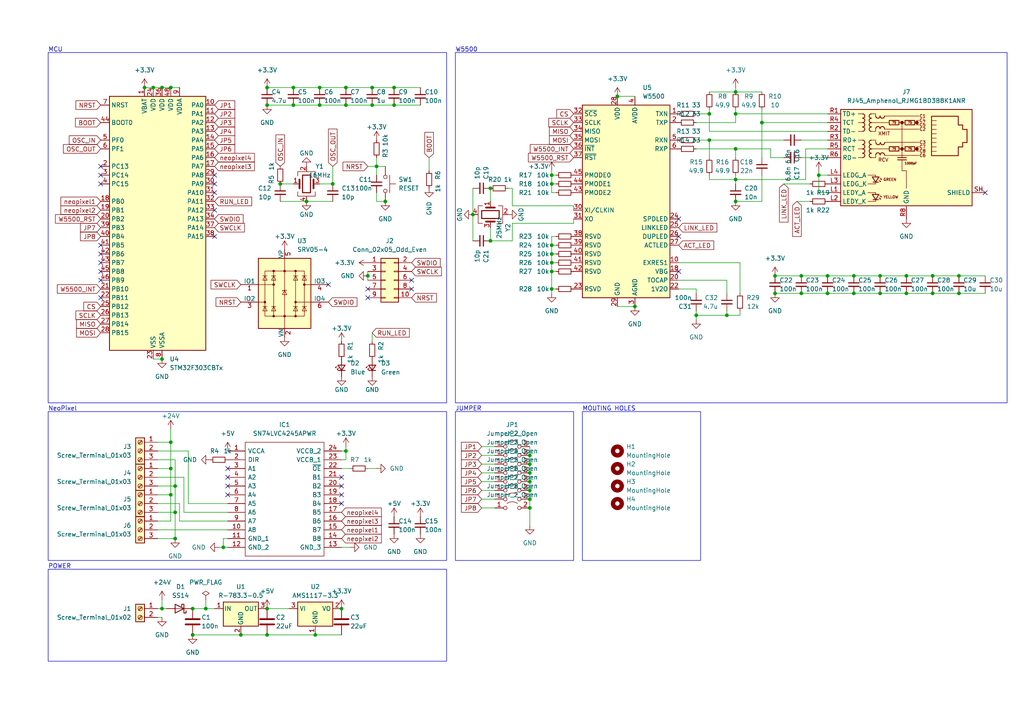
<source format=kicad_sch>
(kicad_sch (version 20230121) (generator eeschema)
  (paper "A4")
  (junction (at 153.67 137.16))
  (junction (at 100.33 130.81))
  (junction (at 210.82 91.44))
  (junction (at 44.45 25.4))
  (junction (at 92.71 30.48))
  (junction (at 50.8 148.59))
  (junction (at 213.36 52.07))
  (junction (at 46.99 104.14))
  (junction (at 107.95 30.48))
  (junction (at 237.49 50.8))
  (junction (at 153.67 139.7))
  (junction (at 213.36 58.42))
  (junction (at 255.27 80.01))
  (junction (at 50.8 156.21))
  (junction (at 153.67 144.78))
  (junction (at 55.88 184.15))
  (junction (at 205.74 40.64))
  (junction (at 153.67 142.24))
  (junction (at 270.51 85.09))
  (junction (at 262.89 85.09))
  (junction (at 100.33 25.4))
  (junction (at 77.47 184.15))
  (junction (at 160.02 78.74))
  (junction (at 46.99 25.4))
  (junction (at 201.93 91.44))
  (junction (at 111.76 58.42))
  (junction (at 137.16 62.23))
  (junction (at 247.65 80.01))
  (junction (at 220.98 35.56))
  (junction (at 49.53 128.27))
  (junction (at 59.69 176.53))
  (junction (at 153.67 132.08))
  (junction (at 240.03 80.01))
  (junction (at 114.3 30.48))
  (junction (at 85.09 30.48))
  (junction (at 278.13 80.01))
  (junction (at 160.02 53.34))
  (junction (at 49.53 135.89))
  (junction (at 224.79 85.09))
  (junction (at 184.15 88.9))
  (junction (at 49.53 25.4))
  (junction (at 109.22 48.26))
  (junction (at 153.67 134.62))
  (junction (at 77.47 30.48))
  (junction (at 255.27 85.09))
  (junction (at 160.02 71.12))
  (junction (at 88.9 58.42))
  (junction (at 160.02 83.82))
  (junction (at 96.52 53.34))
  (junction (at 262.89 80.01))
  (junction (at 247.65 85.09))
  (junction (at 107.95 25.4))
  (junction (at 41.91 25.4))
  (junction (at 55.88 176.53))
  (junction (at 92.71 25.4))
  (junction (at 224.79 80.01))
  (junction (at 69.85 184.15))
  (junction (at 77.47 176.53))
  (junction (at 160.02 73.66))
  (junction (at 270.51 80.01))
  (junction (at 213.36 33.02))
  (junction (at 179.07 27.94))
  (junction (at 160.02 50.8))
  (junction (at 100.33 30.48))
  (junction (at 50.8 140.97))
  (junction (at 153.67 147.32))
  (junction (at 106.68 80.01))
  (junction (at 232.41 80.01))
  (junction (at 205.74 33.02))
  (junction (at 99.06 176.53))
  (junction (at 85.09 25.4))
  (junction (at 64.77 158.75))
  (junction (at 232.41 85.09))
  (junction (at 213.36 26.67))
  (junction (at 81.28 53.34))
  (junction (at 114.3 25.4))
  (junction (at 46.99 176.53))
  (junction (at 278.13 85.09))
  (junction (at 142.24 54.61))
  (junction (at 91.44 184.15))
  (junction (at 240.03 85.09))
  (junction (at 77.47 25.4))
  (junction (at 49.53 143.51))
  (junction (at 213.36 43.18))
  (junction (at 160.02 76.2))
  (junction (at 142.24 69.85))
  (no_connect (at 196.85 68.58))
  (no_connect (at 62.23 53.34))
  (no_connect (at 29.21 81.28))
  (no_connect (at 29.21 53.34))
  (no_connect (at 29.21 76.2))
  (no_connect (at 99.06 143.51))
  (no_connect (at 119.38 83.82))
  (no_connect (at 62.23 60.96))
  (no_connect (at 99.06 146.05))
  (no_connect (at 29.21 71.12))
  (no_connect (at 62.23 50.8))
  (no_connect (at 29.21 48.26))
  (no_connect (at 196.85 63.5))
  (no_connect (at 66.04 138.43))
  (no_connect (at 29.21 78.74))
  (no_connect (at 66.04 140.97))
  (no_connect (at 66.04 143.51))
  (no_connect (at 29.21 73.66))
  (no_connect (at 285.75 55.88))
  (no_connect (at 99.06 138.43))
  (no_connect (at 106.68 86.36))
  (no_connect (at 62.23 68.58))
  (no_connect (at 95.25 82.55))
  (no_connect (at 29.21 86.36))
  (no_connect (at 106.68 83.82))
  (no_connect (at 119.38 81.28))
  (no_connect (at 99.06 140.97))
  (no_connect (at 62.23 55.88))
  (no_connect (at 29.21 50.8))
  (no_connect (at 66.04 135.89))
  (no_connect (at 196.85 78.74))
  (wire (pts (xy 148.59 59.69) (xy 148.59 54.61)))
  (wire (pts (xy 139.7 147.32) (xy 143.51 147.32)))
  (wire (pts (xy 49.53 124.46) (xy 49.53 128.27)))
  (wire (pts (xy 160.02 55.88) (xy 161.29 55.88)))
  (wire (pts (xy 237.49 50.8) (xy 240.03 50.8)))
  (wire (pts (xy 201.93 83.82) (xy 201.93 85.09)))
  (wire (pts (xy 240.03 80.01) (xy 247.65 80.01)))
  (wire (pts (xy 92.71 25.4) (xy 100.33 25.4)))
  (wire (pts (xy 213.36 50.8) (xy 213.36 52.07)))
  (wire (pts (xy 96.52 53.34) (xy 96.52 48.26)))
  (wire (pts (xy 109.22 50.8) (xy 109.22 48.26)))
  (wire (pts (xy 100.33 129.54) (xy 100.33 130.81)))
  (wire (pts (xy 139.7 137.16) (xy 143.51 137.16)))
  (wire (pts (xy 85.09 30.48) (xy 92.71 30.48)))
  (wire (pts (xy 223.52 43.18) (xy 213.36 43.18)))
  (wire (pts (xy 45.72 135.89) (xy 49.53 135.89)))
  (wire (pts (xy 270.51 80.01) (xy 278.13 80.01)))
  (wire (pts (xy 210.82 81.28) (xy 196.85 81.28)))
  (wire (pts (xy 109.22 48.26) (xy 111.76 48.26)))
  (wire (pts (xy 85.09 25.4) (xy 92.71 25.4)))
  (wire (pts (xy 247.65 85.09) (xy 255.27 85.09)))
  (wire (pts (xy 153.67 129.54) (xy 153.67 132.08)))
  (wire (pts (xy 77.47 176.53) (xy 83.82 176.53)))
  (wire (pts (xy 92.71 53.34) (xy 96.52 53.34)))
  (wire (pts (xy 166.37 59.69) (xy 148.59 59.69)))
  (wire (pts (xy 205.74 31.75) (xy 205.74 33.02)))
  (wire (pts (xy 255.27 80.01) (xy 262.89 80.01)))
  (wire (pts (xy 160.02 76.2) (xy 160.02 78.74)))
  (wire (pts (xy 44.45 25.4) (xy 46.99 25.4)))
  (wire (pts (xy 179.07 27.94) (xy 184.15 27.94)))
  (wire (pts (xy 54.61 146.05) (xy 66.04 146.05)))
  (wire (pts (xy 137.16 54.61) (xy 137.16 62.23)))
  (wire (pts (xy 220.98 58.42) (xy 213.36 58.42)))
  (wire (pts (xy 50.8 148.59) (xy 50.8 140.97)))
  (wire (pts (xy 224.79 80.01) (xy 232.41 80.01)))
  (wire (pts (xy 50.8 156.21) (xy 50.8 148.59)))
  (wire (pts (xy 109.22 45.72) (xy 109.22 48.26)))
  (wire (pts (xy 160.02 73.66) (xy 160.02 76.2)))
  (wire (pts (xy 223.52 45.72) (xy 227.33 45.72)))
  (wire (pts (xy 106.68 135.89) (xy 109.22 135.89)))
  (wire (pts (xy 139.7 132.08) (xy 143.51 132.08)))
  (wire (pts (xy 45.72 146.05) (xy 52.07 146.05)))
  (wire (pts (xy 166.37 60.96) (xy 166.37 59.69)))
  (wire (pts (xy 213.36 26.67) (xy 220.98 26.67)))
  (wire (pts (xy 201.93 92.71) (xy 201.93 91.44)))
  (wire (pts (xy 54.61 130.81) (xy 45.72 130.81)))
  (wire (pts (xy 160.02 71.12) (xy 160.02 73.66)))
  (wire (pts (xy 220.98 50.8) (xy 220.98 58.42)))
  (wire (pts (xy 49.53 128.27) (xy 49.53 135.89)))
  (wire (pts (xy 50.8 133.35) (xy 45.72 133.35)))
  (wire (pts (xy 160.02 50.8) (xy 160.02 53.34)))
  (wire (pts (xy 148.59 69.85) (xy 142.24 69.85)))
  (wire (pts (xy 49.53 143.51) (xy 49.53 151.13)))
  (wire (pts (xy 278.13 85.09) (xy 285.75 85.09)))
  (wire (pts (xy 50.8 140.97) (xy 50.8 133.35)))
  (wire (pts (xy 240.03 55.88) (xy 237.49 55.88)))
  (wire (pts (xy 54.61 130.81) (xy 54.61 146.05)))
  (wire (pts (xy 53.34 148.59) (xy 66.04 148.59)))
  (wire (pts (xy 91.44 184.15) (xy 99.06 184.15)))
  (wire (pts (xy 148.59 64.77) (xy 148.59 69.85)))
  (wire (pts (xy 220.98 35.56) (xy 240.03 35.56)))
  (wire (pts (xy 66.04 153.67) (xy 45.72 153.67)))
  (wire (pts (xy 109.22 55.88) (xy 109.22 58.42)))
  (wire (pts (xy 153.67 137.16) (xy 153.67 139.7)))
  (wire (pts (xy 55.88 176.53) (xy 59.69 176.53)))
  (wire (pts (xy 237.49 49.53) (xy 237.49 50.8)))
  (wire (pts (xy 160.02 49.53) (xy 160.02 50.8)))
  (wire (pts (xy 160.02 71.12) (xy 161.29 71.12)))
  (wire (pts (xy 100.33 133.35) (xy 99.06 133.35)))
  (wire (pts (xy 210.82 85.09) (xy 210.82 81.28)))
  (wire (pts (xy 59.69 173.99) (xy 59.69 176.53)))
  (wire (pts (xy 49.53 25.4) (xy 52.07 25.4)))
  (wire (pts (xy 53.34 138.43) (xy 45.72 138.43)))
  (wire (pts (xy 224.79 85.09) (xy 232.41 85.09)))
  (wire (pts (xy 46.99 25.4) (xy 49.53 25.4)))
  (wire (pts (xy 100.33 25.4) (xy 107.95 25.4)))
  (wire (pts (xy 231.14 58.42) (xy 234.95 58.42)))
  (wire (pts (xy 107.95 25.4) (xy 114.3 25.4)))
  (wire (pts (xy 45.72 143.51) (xy 49.53 143.51)))
  (wire (pts (xy 45.72 156.21) (xy 50.8 156.21)))
  (wire (pts (xy 213.36 33.02) (xy 240.03 33.02)))
  (wire (pts (xy 210.82 91.44) (xy 210.82 90.17)))
  (wire (pts (xy 45.72 140.97) (xy 50.8 140.97)))
  (wire (pts (xy 262.89 85.09) (xy 270.51 85.09)))
  (wire (pts (xy 213.36 45.72) (xy 213.36 43.18)))
  (wire (pts (xy 160.02 78.74) (xy 161.29 78.74)))
  (wire (pts (xy 205.74 38.1) (xy 240.03 38.1)))
  (wire (pts (xy 106.68 48.26) (xy 109.22 48.26)))
  (wire (pts (xy 55.88 184.15) (xy 69.85 184.15)))
  (wire (pts (xy 114.3 25.4) (xy 121.92 25.4)))
  (wire (pts (xy 205.74 26.67) (xy 213.36 26.67)))
  (wire (pts (xy 233.68 52.07) (xy 213.36 52.07)))
  (wire (pts (xy 99.06 130.81) (xy 100.33 130.81)))
  (wire (pts (xy 64.77 158.75) (xy 66.04 158.75)))
  (wire (pts (xy 114.3 30.48) (xy 121.92 30.48)))
  (wire (pts (xy 59.69 176.53) (xy 62.23 176.53)))
  (wire (pts (xy 106.68 80.01) (xy 106.68 78.74)))
  (wire (pts (xy 107.95 30.48) (xy 114.3 30.48)))
  (wire (pts (xy 52.07 151.13) (xy 66.04 151.13)))
  (wire (pts (xy 262.89 80.01) (xy 270.51 80.01)))
  (wire (pts (xy 142.24 66.04) (xy 142.24 69.85)))
  (wire (pts (xy 137.16 62.23) (xy 137.16 69.85)))
  (wire (pts (xy 240.03 43.18) (xy 233.68 43.18)))
  (wire (pts (xy 201.93 33.02) (xy 205.74 33.02)))
  (wire (pts (xy 81.28 58.42) (xy 88.9 58.42)))
  (wire (pts (xy 160.02 53.34) (xy 161.29 53.34)))
  (wire (pts (xy 153.67 139.7) (xy 153.67 142.24)))
  (wire (pts (xy 45.72 128.27) (xy 49.53 128.27)))
  (wire (pts (xy 81.28 53.34) (xy 85.09 53.34)))
  (wire (pts (xy 201.93 91.44) (xy 210.82 91.44)))
  (wire (pts (xy 205.74 45.72) (xy 205.74 40.64)))
  (wire (pts (xy 161.29 68.58) (xy 160.02 68.58)))
  (wire (pts (xy 139.7 134.62) (xy 143.51 134.62)))
  (wire (pts (xy 160.02 53.34) (xy 160.02 55.88)))
  (wire (pts (xy 153.67 134.62) (xy 153.67 137.16)))
  (wire (pts (xy 160.02 76.2) (xy 161.29 76.2)))
  (wire (pts (xy 205.74 50.8) (xy 205.74 52.07)))
  (wire (pts (xy 139.7 144.78) (xy 143.51 144.78)))
  (wire (pts (xy 213.36 52.07) (xy 213.36 53.34)))
  (wire (pts (xy 99.06 135.89) (xy 101.6 135.89)))
  (wire (pts (xy 77.47 25.4) (xy 85.09 25.4)))
  (wire (pts (xy 46.99 176.53) (xy 48.26 176.53)))
  (wire (pts (xy 46.99 179.07) (xy 45.72 179.07)))
  (wire (pts (xy 205.74 40.64) (xy 201.93 40.64)))
  (wire (pts (xy 196.85 83.82) (xy 201.93 83.82)))
  (wire (pts (xy 139.7 129.54) (xy 143.51 129.54)))
  (wire (pts (xy 213.36 25.4) (xy 213.36 26.67)))
  (wire (pts (xy 214.63 91.44) (xy 210.82 91.44)))
  (wire (pts (xy 255.27 85.09) (xy 262.89 85.09)))
  (wire (pts (xy 49.53 135.89) (xy 49.53 143.51)))
  (wire (pts (xy 41.91 25.4) (xy 44.45 25.4)))
  (wire (pts (xy 179.07 88.9) (xy 184.15 88.9)))
  (wire (pts (xy 107.95 96.52) (xy 107.95 99.06)))
  (wire (pts (xy 214.63 76.2) (xy 196.85 76.2)))
  (wire (pts (xy 160.02 73.66) (xy 161.29 73.66)))
  (wire (pts (xy 153.67 147.32) (xy 153.67 144.78)))
  (wire (pts (xy 232.41 40.64) (xy 240.03 40.64)))
  (wire (pts (xy 237.49 55.88) (xy 237.49 50.8)))
  (wire (pts (xy 232.41 45.72) (xy 240.03 45.72)))
  (wire (pts (xy 92.71 30.48) (xy 100.33 30.48)))
  (wire (pts (xy 247.65 80.01) (xy 255.27 80.01)))
  (wire (pts (xy 166.37 64.77) (xy 148.59 64.77)))
  (wire (pts (xy 160.02 83.82) (xy 160.02 85.09)))
  (wire (pts (xy 160.02 50.8) (xy 161.29 50.8)))
  (wire (pts (xy 109.22 58.42) (xy 111.76 58.42)))
  (wire (pts (xy 232.41 80.01) (xy 240.03 80.01)))
  (wire (pts (xy 101.6 158.75) (xy 99.06 158.75)))
  (wire (pts (xy 69.85 184.15) (xy 77.47 184.15)))
  (wire (pts (xy 46.99 173.99) (xy 46.99 176.53)))
  (wire (pts (xy 213.36 31.75) (xy 213.36 33.02)))
  (wire (pts (xy 52.07 146.05) (xy 52.07 151.13)))
  (wire (pts (xy 153.67 144.78) (xy 153.67 142.24)))
  (wire (pts (xy 160.02 68.58) (xy 160.02 71.12)))
  (wire (pts (xy 205.74 52.07) (xy 213.36 52.07)))
  (wire (pts (xy 232.41 85.09) (xy 240.03 85.09)))
  (wire (pts (xy 214.63 91.44) (xy 214.63 90.17)))
  (wire (pts (xy 213.36 33.02) (xy 213.36 35.56)))
  (wire (pts (xy 66.04 156.21) (xy 64.77 156.21)))
  (wire (pts (xy 233.68 43.18) (xy 233.68 52.07)))
  (wire (pts (xy 148.59 54.61) (xy 147.32 54.61)))
  (wire (pts (xy 160.02 78.74) (xy 160.02 83.82)))
  (wire (pts (xy 77.47 184.15) (xy 91.44 184.15)))
  (wire (pts (xy 45.72 148.59) (xy 50.8 148.59)))
  (wire (pts (xy 205.74 40.64) (xy 227.33 40.64)))
  (wire (pts (xy 100.33 130.81) (xy 100.33 133.35)))
  (wire (pts (xy 161.29 83.82) (xy 160.02 83.82)))
  (wire (pts (xy 201.93 91.44) (xy 201.93 90.17)))
  (wire (pts (xy 44.45 104.14) (xy 46.99 104.14)))
  (wire (pts (xy 45.72 176.53) (xy 46.99 176.53)))
  (wire (pts (xy 153.67 132.08) (xy 153.67 134.62)))
  (wire (pts (xy 153.67 152.4) (xy 153.67 147.32)))
  (wire (pts (xy 100.33 30.48) (xy 107.95 30.48)))
  (wire (pts (xy 220.98 31.75) (xy 220.98 35.56)))
  (wire (pts (xy 142.24 54.61) (xy 142.24 58.42)))
  (wire (pts (xy 240.03 85.09) (xy 247.65 85.09)))
  (wire (pts (xy 220.98 35.56) (xy 220.98 45.72)))
  (wire (pts (xy 205.74 33.02) (xy 205.74 38.1)))
  (wire (pts (xy 278.13 80.01) (xy 285.75 80.01)))
  (wire (pts (xy 214.63 85.09) (xy 214.63 76.2)))
  (wire (pts (xy 270.51 85.09) (xy 278.13 85.09)))
  (wire (pts (xy 45.72 151.13) (xy 49.53 151.13)))
  (wire (pts (xy 63.5 158.75) (xy 64.77 158.75)))
  (wire (pts (xy 64.77 156.21) (xy 64.77 158.75)))
  (wire (pts (xy 166.37 63.5) (xy 166.37 64.77)))
  (wire (pts (xy 124.46 45.72) (xy 124.46 49.53)))
  (wire (pts (xy 213.36 43.18) (xy 201.93 43.18)))
  (wire (pts (xy 213.36 35.56) (xy 201.93 35.56)))
  (wire (pts (xy 88.9 58.42) (xy 96.52 58.42)))
  (wire (pts (xy 139.7 139.7) (xy 143.51 139.7)))
  (wire (pts (xy 139.7 142.24) (xy 143.51 142.24)))
  (wire (pts (xy 106.68 80.01) (xy 106.68 81.28)))
  (wire (pts (xy 227.33 53.34) (xy 234.95 53.34)))
  (wire (pts (xy 223.52 43.18) (xy 223.52 45.72)))
  (wire (pts (xy 77.47 30.48) (xy 85.09 30.48)))
  (wire (pts (xy 53.34 138.43) (xy 53.34 148.59)))
  (rectangle (start 168.91 119.38) (end 203.2 162.56))
  (rectangle (start 132.08 15.24) (end 292.1 116.84))
  (rectangle (start 13.97 119.38) (end 129.54 162.56))
  (rectangle (start 13.97 15.24) (end 129.54 116.84))
  (rectangle (start 132.08 119.38) (end 166.37 162.56))
  (rectangle (start 13.97 165.1) (end 129.54 191.77))
  (text "POWER" (at 13.97 165.1 0) (effects (font (size 1.27 1.27)) (justify left bottom)))
  (text "MCU" (at 13.97 15.24 0) (effects (font (size 1.27 1.27)) (justify left bottom)))
  (text "W5500" (at 132.08 15.24 0) (effects (font (size 1.27 1.27)) (justify left bottom)))
  (text "JUMPER" (at 132.08 119.38 0) (effects (font (size 1.27 1.27)) (justify left bottom)))
  (text "MOUTING HOLES" (at 168.91 119.38 0) (effects (font (size 1.27 1.27)) (justify left bottom)))
  (text "NeoPixel" (at 13.97 119.38 0) (effects (font (size 1.27 1.27)) (justify left bottom)))
  (global_label "NRST" (shape input) (at 119.38 86.36 0) (property "Intersheetrefs" "${INTERSHEET_REFS}" (effects hide)))
  (global_label "BOOT" (shape input) (at 124.46 45.72 90) (property "Intersheetrefs" "${INTERSHEET_REFS}" (effects hide)))
  (global_label "JP7" (shape input) (at 139.7 144.78 180) (property "Intersheetrefs" "${INTERSHEET_REFS}" (effects hide)))
  (global_label "SWDIO" (shape input) (at 119.38 76.2 0) (property "Intersheetrefs" "${INTERSHEET_REFS}" (effects hide)))
  (global_label "neopixel1" (shape input) (at 29.21 58.42 180) (property "Intersheetrefs" "${INTERSHEET_REFS}" (effects hide)))
  (global_label "NRST" (shape input) (at 29.21 30.48 180) (property "Intersheetrefs" "${INTERSHEET_REFS}" (effects hide)))
  (global_label "neopixel4" (shape input) (at 62.23 45.72 0) (property "Intersheetrefs" "${INTERSHEET_REFS}" (effects hide)))
  (global_label "JP6" (shape input) (at 62.23 43.18 0) (property "Intersheetrefs" "${INTERSHEET_REFS}" (effects hide)))
  (global_label "ACT_LED" (shape input) (at 231.14 58.42 270) (property "Intersheetrefs" "${INTERSHEET_REFS}" (effects hide)))
  (global_label "MISO" (shape input) (at 29.21 93.98 180) (property "Intersheetrefs" "${INTERSHEET_REFS}" (effects hide)))
  (global_label "CS" (shape input) (at 166.37 33.02 180) (property "Intersheetrefs" "${INTERSHEET_REFS}" (effects hide)))
  (global_label "SWCLK" (shape input) (at 62.23 66.04 0) (property "Intersheetrefs" "${INTERSHEET_REFS}" (effects hide)))
  (global_label "JP2" (shape input) (at 62.23 33.02 0) (property "Intersheetrefs" "${INTERSHEET_REFS}" (effects hide)))
  (global_label "OSC_OUT" (shape input) (at 96.52 48.26 90) (property "Intersheetrefs" "${INTERSHEET_REFS}" (effects hide)))
  (global_label "JP4" (shape input) (at 139.7 137.16 180) (property "Intersheetrefs" "${INTERSHEET_REFS}" (effects hide)))
  (global_label "MOSI" (shape input) (at 166.37 40.64 180) (property "Intersheetrefs" "${INTERSHEET_REFS}" (effects hide)))
  (global_label "neopixel2" (shape input) (at 29.21 60.96 180) (property "Intersheetrefs" "${INTERSHEET_REFS}" (effects hide)))
  (global_label "LINK_LED" (shape input) (at 196.85 66.04 0) (property "Intersheetrefs" "${INTERSHEET_REFS}" (effects hide)))
  (global_label "JP3" (shape input) (at 62.23 35.56 0) (property "Intersheetrefs" "${INTERSHEET_REFS}" (effects hide)))
  (global_label "W5500_INT" (shape input) (at 166.37 43.18 180) (property "Intersheetrefs" "${INTERSHEET_REFS}" (effects hide)))
  (global_label "NRST" (shape input) (at 106.68 48.26 180) (property "Intersheetrefs" "${INTERSHEET_REFS}" (effects hide)))
  (global_label "W5500_RST" (shape input) (at 166.37 45.72 180) (property "Intersheetrefs" "${INTERSHEET_REFS}" (effects hide)))
  (global_label "JP3" (shape input) (at 139.7 134.62 180) (property "Intersheetrefs" "${INTERSHEET_REFS}" (effects hide)))
  (global_label "JP2" (shape input) (at 139.7 132.08 180) (property "Intersheetrefs" "${INTERSHEET_REFS}" (effects hide)))
  (global_label "OSC_OUT" (shape input) (at 29.21 43.18 180) (property "Intersheetrefs" "${INTERSHEET_REFS}" (effects hide)))
  (global_label "SWDIO" (shape input) (at 95.25 87.63 0) (property "Intersheetrefs" "${INTERSHEET_REFS}" (effects hide)))
  (global_label "W5500_RST" (shape input) (at 29.21 63.5 180) (property "Intersheetrefs" "${INTERSHEET_REFS}" (effects hide)))
  (global_label "MISO" (shape input) (at 166.37 38.1 180) (property "Intersheetrefs" "${INTERSHEET_REFS}" (effects hide)))
  (global_label "neopixel2" (shape input) (at 99.06 156.21 0) (property "Intersheetrefs" "${INTERSHEET_REFS}" (effects hide)))
  (global_label "OSC_IN" (shape input) (at 81.28 48.26 90) (property "Intersheetrefs" "${INTERSHEET_REFS}" (effects hide)))
  (global_label "JP5" (shape input) (at 139.7 139.7 180) (property "Intersheetrefs" "${INTERSHEET_REFS}" (effects hide)))
  (global_label "SWCLK" (shape input) (at 69.85 82.55 180) (property "Intersheetrefs" "${INTERSHEET_REFS}" (effects hide)))
  (global_label "SWCLK" (shape input) (at 119.38 78.74 0) (property "Intersheetrefs" "${INTERSHEET_REFS}" (effects hide)))
  (global_label "SCLK" (shape input) (at 29.21 91.44 180) (property "Intersheetrefs" "${INTERSHEET_REFS}" (effects hide)))
  (global_label "JP1" (shape input) (at 139.7 129.54 180) (property "Intersheetrefs" "${INTERSHEET_REFS}" (effects hide)))
  (global_label "JP8" (shape input) (at 29.21 68.58 180) (property "Intersheetrefs" "${INTERSHEET_REFS}" (effects hide)))
  (global_label "ACT_LED" (shape input) (at 196.85 71.12 0) (property "Intersheetrefs" "${INTERSHEET_REFS}" (effects hide)))
  (global_label "OSC_IN" (shape input) (at 29.21 40.64 180) (property "Intersheetrefs" "${INTERSHEET_REFS}" (effects hide)))
  (global_label "SWDIO" (shape input) (at 62.23 63.5 0) (property "Intersheetrefs" "${INTERSHEET_REFS}" (effects hide)))
  (global_label "BOOT" (shape input) (at 29.21 35.56 180) (property "Intersheetrefs" "${INTERSHEET_REFS}" (effects hide)))
  (global_label "JP7" (shape input) (at 29.21 66.04 180) (property "Intersheetrefs" "${INTERSHEET_REFS}" (effects hide)))
  (global_label "LINK_LED" (shape input) (at 227.33 53.34 270) (property "Intersheetrefs" "${INTERSHEET_REFS}" (effects hide)))
  (global_label "neopixel1" (shape input) (at 99.06 153.67 0) (property "Intersheetrefs" "${INTERSHEET_REFS}" (effects hide)))
  (global_label "RUN_LED" (shape input) (at 107.95 96.52 0) (property "Intersheetrefs" "${INTERSHEET_REFS}" (effects hide)))
  (global_label "MOSI" (shape input) (at 29.21 96.52 180) (property "Intersheetrefs" "${INTERSHEET_REFS}" (effects hide)))
  (global_label "RUN_LED" (shape input) (at 62.23 58.42 0) (property "Intersheetrefs" "${INTERSHEET_REFS}" (effects hide)))
  (global_label "JP8" (shape input) (at 139.7 147.32 180) (property "Intersheetrefs" "${INTERSHEET_REFS}" (effects hide)))
  (global_label "JP6" (shape input) (at 139.7 142.24 180) (property "Intersheetrefs" "${INTERSHEET_REFS}" (effects hide)))
  (global_label "SCLK" (shape input) (at 166.37 35.56 180) (property "Intersheetrefs" "${INTERSHEET_REFS}" (effects hide)))
  (global_label "JP4" (shape input) (at 62.23 38.1 0) (property "Intersheetrefs" "${INTERSHEET_REFS}" (effects hide)))
  (global_label "JP5" (shape input) (at 62.23 40.64 0) (property "Intersheetrefs" "${INTERSHEET_REFS}" (effects hide)))
  (global_label "neopixel4" (shape input) (at 99.06 148.59 0) (property "Intersheetrefs" "${INTERSHEET_REFS}" (effects hide)))
  (global_label "W5500_INT" (shape input) (at 29.21 83.82 180) (property "Intersheetrefs" "${INTERSHEET_REFS}" (effects hide)))
  (global_label "CS" (shape input) (at 29.21 88.9 180) (property "Intersheetrefs" "${INTERSHEET_REFS}" (effects hide)))
  (global_label "JP1" (shape input) (at 62.23 30.48 0) (property "Intersheetrefs" "${INTERSHEET_REFS}" (effects hide)))
  (global_label "NRST" (shape input) (at 69.85 87.63 180) (property "Intersheetrefs" "${INTERSHEET_REFS}" (effects hide)))
  (global_label "neopixel3" (shape input) (at 62.23 48.26 0) (property "Intersheetrefs" "${INTERSHEET_REFS}" (effects hide)))
  (global_label "neopixel3" (shape input) (at 99.06 151.13 0) (property "Intersheetrefs" "${INTERSHEET_REFS}" (effects hide)))
  (symbol (lib_id "power:GND") (at 137.16 62.23 270) (unit 1)
    (property "Reference" "#PWR039" (effects hide))
    (property "Value" "GND" (at 133.35 62.23 0))
  )
  (symbol (lib_id "Device:D_Schottky") (at 52.07 176.53 180) (unit 1)
    (property "Reference" "D1" (at 52.3875 170.18 0))
    (property "Value" "SS14" (at 52.3875 172.72 0))
    (property "Footprint" "Diode_SMD:D_SMA" (effects hide))
    (property "LCSC" "C2480" (effects hide))
  )
  (symbol (lib_id "power:+24V") (at 49.53 124.46 0) (unit 1)
    (property "Reference" "#PWR017" (effects hide))
    (property "Value" "+24V" (at 49.53 120.65 0))
  )
  (symbol (lib_id "Device:LED_Small") (at 107.95 106.68 90) (unit 1)
    (property "Reference" "D3" (at 110.49 105.3465 90) (effects (justify right)))
    (property "Value" "Green" (at 110.49 107.95 90) (effects (justify right)))
    (property "Footprint" "LED_SMD:LED_0603_1608Metric" (effects hide))
    (property "LCSC" "C2986059" (effects hide))
  )
  (symbol (lib_id "Device:R_Small") (at 199.39 33.02 90) (unit 1)
    (property "Reference" "R11" (at 198.12 30.48 90))
    (property "Value" "33" (at 201.93 30.48 90))
    (property "Footprint" "Resistor_SMD:R_0402_1005Metric" (effects hide))
    (property "LCSC" "C25105" (effects hide))
  )
  (symbol (lib_id "Device:R_Small") (at 237.49 53.34 270) (unit 1)
    (property "Reference" "R19" (at 238.76 55.88 90))
    (property "Value" "1k" (at 234.95 55.88 90))
    (property "Footprint" "Resistor_SMD:R_0402_1005Metric" (effects hide))
    (property "LCSC" "C11702" (effects hide))
  )
  (symbol (lib_id "Device:R_Small") (at 163.83 76.2 90) (unit 1)
    (property "Reference" "R26" (at 152.4 76.2 90))
    (property "Value" "10k" (at 157.48 76.2 90))
    (property "Footprint" "Resistor_SMD:R_0402_1005Metric" (effects hide))
    (property "LCSC" "C25744" (effects hide))
  )
  (symbol (lib_id "power:GND") (at 107.95 109.22 0) (unit 1)
    (property "Reference" "#PWR010" (effects hide))
    (property "Value" "GND" (at 107.95 113.03 0))
  )
  (symbol (lib_id "Device:C") (at 99.06 180.34 0) (unit 1)
    (property "Reference" "C3" (at 101.6 179.07 0) (effects (justify left)))
    (property "Value" "22uF" (at 101.6 181.61 0) (effects (justify left)))
    (property "Footprint" "Capacitor_SMD:C_0603_1608Metric" (effects hide))
    (property "LCSC" "C59461" (effects hide))
  )
  (symbol (lib_id "Device:R_Small") (at 199.39 43.18 90) (unit 1)
    (property "Reference" "R14" (at 198.12 40.64 90))
    (property "Value" "33" (at 201.93 40.64 90))
    (property "Footprint" "Resistor_SMD:R_0402_1005Metric" (effects hide))
    (property "LCSC" "C25105" (effects hide))
  )
  (symbol (lib_id "power:GND") (at 46.99 104.14 0) (unit 1)
    (property "Reference" "#PWR028" (effects hide))
    (property "Value" "GND" (at 46.99 109.22 0))
  )
  (symbol (lib_id "Device:C_Small") (at 240.03 82.55 0) (unit 1)
    (property "Reference" "C24" (at 241.3 81.28 0) (effects (justify left)))
    (property "Value" "100n" (at 241.3 83.82 0) (effects (justify left)))
    (property "Footprint" "Capacitor_SMD:C_0402_1005Metric" (effects hide))
    (property "LCSC" "C1525" (effects hide))
  )
  (symbol (lib_id "Jumper:Jumper_2_Open") (at 148.59 139.7 0) (unit 1)
    (property "Reference" "JP5" (at 148.59 133.35 0))
    (property "Value" "Jumper_2_Open" (at 148.59 135.89 0))
    (property "Footprint" "Jumper:SolderJumper-2_P1.3mm_Open_Pad1.0x1.5mm" (effects hide))
  )
  (symbol (lib_id "power:GND") (at 124.46 54.61 0) (unit 1)
    (property "Reference" "#PWR023" (effects hide))
    (property "Value" "GND" (at 124.46 58.42 90) (effects (justify right)))
  )
  (symbol (lib_id "power:+3.3V") (at 99.06 176.53 0) (unit 1)
    (property "Reference" "#PWR04" (effects hide))
    (property "Value" "+3.3V" (at 99.06 171.45 0))
  )
  (symbol (lib_id "power:+3.3V") (at 99.06 99.06 0) (unit 1)
    (property "Reference" "#PWR07" (effects hide))
    (property "Value" "+3.3V" (at 99.06 95.25 0))
  )
  (symbol (lib_id "power:+3.3V") (at 160.02 49.53 0) (unit 1)
    (property "Reference" "#PWR036" (effects hide))
    (property "Value" "+3.3V" (at 156.21 48.26 0))
  )
  (symbol (lib_id "Device:R_Small") (at 63.5 133.35 90) (unit 1)
    (property "Reference" "R4" (at 62.23 130.81 90))
    (property "Value" "1k" (at 66.04 130.81 90))
    (property "Footprint" "Resistor_SMD:R_0402_1005Metric" (effects hide))
    (property "LCSC" "C11702" (effects hide))
  )
  (symbol (lib_id "power:GND") (at 60.96 133.35 270) (unit 1)
    (property "Reference" "#PWR021" (effects hide))
    (property "Value" "GND" (at 57.15 133.35 90) (effects (justify right)))
  )
  (symbol (lib_id "power:+3.3V") (at 106.68 76.2 90) (unit 1)
    (property "Reference" "#PWR012" (effects hide))
    (property "Value" "+3.3V" (at 102.87 76.2 90) (effects (justify left)))
  )
  (symbol (lib_id "Device:R_Small") (at 163.83 73.66 90) (unit 1)
    (property "Reference" "R25" (at 152.4 73.66 90))
    (property "Value" "10k" (at 157.48 73.66 90))
    (property "Footprint" "Resistor_SMD:R_0402_1005Metric" (effects hide))
    (property "LCSC" "C25744" (effects hide))
  )
  (symbol (lib_id "power:GND") (at 77.47 30.48 0) (unit 1)
    (property "Reference" "#PWR015" (effects hide))
    (property "Value" "GND" (at 77.47 35.56 0))
  )
  (symbol (lib_id "Device:C_Small") (at 85.09 27.94 0) (unit 1)
    (property "Reference" "C5" (at 86.36 26.67 0) (effects (justify left)))
    (property "Value" "100n" (at 86.36 29.21 0) (effects (justify left)))
    (property "Footprint" "Capacitor_SMD:C_0402_1005Metric" (effects hide))
    (property "LCSC" "C1525" (effects hide))
  )
  (symbol (lib_id "Device:C_Small") (at 262.89 82.55 0) (unit 1)
    (property "Reference" "C27" (at 264.16 81.28 0) (effects (justify left)))
    (property "Value" "100n" (at 264.16 83.82 0) (effects (justify left)))
    (property "Footprint" "Capacitor_SMD:C_0402_1005Metric" (effects hide))
    (property "LCSC" "C1525" (effects hide))
  )
  (symbol (lib_id "power:GND") (at 109.22 135.89 90) (unit 1)
    (property "Reference" "#PWR022" (effects hide))
    (property "Value" "GND" (at 113.03 135.89 90) (effects (justify right)))
  )
  (symbol (lib_id "Regulator_Linear:AMS1117-3.3") (at 91.44 176.53 0) (unit 1)
    (property "Reference" "U2" (at 91.44 170.18 0))
    (property "Value" "AMS1117-3.3" (at 91.44 172.72 0))
    (property "Footprint" "Package_TO_SOT_SMD:SOT-223-3_TabPin2" (effects hide))
    (property "Datasheet" "http://www.advanced-monolithic.com/pdf/ds1117.pdf" (effects hide))
    (property "LCSC" "C6186" (effects hide))
  )
  (symbol (lib_id "Device:R_Small") (at 214.63 87.63 180) (unit 1)
    (property "Reference" "R29" (at 218.44 86.36 0))
    (property "Value" "12k" (at 218.44 88.9 0))
    (property "Footprint" "Resistor_SMD:R_0402_1005Metric" (effects hide))
    (property "LCSC" "C25752" (effects hide))
  )
  (symbol (lib_id "power:GND") (at 201.93 92.71 0) (unit 1)
    (property "Reference" "#PWR046" (effects hide))
    (property "Value" "GND" (at 201.93 97.79 0))
  )
  (symbol (lib_id "Device:C_Small") (at 270.51 82.55 0) (unit 1)
    (property "Reference" "C28" (at 271.78 81.28 0) (effects (justify left)))
    (property "Value" "100n" (at 271.78 83.82 0) (effects (justify left)))
    (property "Footprint" "Capacitor_SMD:C_0402_1005Metric" (effects hide))
    (property "LCSC" "C1525" (effects hide))
  )
  (symbol (lib_id "Jumper:Jumper_2_Open") (at 148.59 137.16 0) (unit 1)
    (property "Reference" "JP4" (at 148.59 130.81 0))
    (property "Value" "Jumper_2_Open" (at 148.59 133.35 0))
    (property "Footprint" "Jumper:SolderJumper-2_P1.3mm_Open_Pad1.0x1.5mm" (effects hide))
  )
  (symbol (lib_id "Device:C_Small") (at 114.3 27.94 0) (unit 1)
    (property "Reference" "C9" (at 115.57 26.67 0) (effects (justify left)))
    (property "Value" "100n" (at 115.57 29.21 0) (effects (justify left)))
    (property "Footprint" "Capacitor_SMD:C_0402_1005Metric" (effects hide))
    (property "LCSC" "C1525" (effects hide))
  )
  (symbol (lib_id "Device:R_Small") (at 109.22 43.18 0) (mirror x) (unit 1)
    (property "Reference" "R3" (at 111.76 44.45 90))
    (property "Value" "10k" (at 111.76 40.64 90))
    (property "Footprint" "Resistor_SMD:R_0402_1005Metric" (effects hide))
    (property "LCSC" "C25744" (effects hide))
  )
  (symbol (lib_id "Switch:SW_Push") (at 111.76 53.34 270) (unit 1)
    (property "Reference" "SW1" (at 115.57 52.07 90) (effects (justify left)))
    (property "Value" "RESET" (at 115.57 54.61 90) (effects (justify left)))
    (property "Footprint" "Button_Switch_SMD:SW_Push_1P1T_XKB_TS-1187A" (effects hide))
    (property "LCSC" "C318884" (effects hide))
  )
  (symbol (lib_id "Device:R_Small") (at 163.83 78.74 90) (unit 1)
    (property "Reference" "R27" (at 152.4 78.74 90))
    (property "Value" "10k" (at 157.48 78.74 90))
    (property "Footprint" "Resistor_SMD:R_0402_1005Metric" (effects hide))
    (property "LCSC" "C25744" (effects hide))
  )
  (symbol (lib_id "power:+3.3V") (at 179.07 27.94 0) (unit 1)
    (property "Reference" "#PWR035" (effects hide))
    (property "Value" "+3.3V" (at 179.07 22.86 0))
  )
  (symbol (lib_id "power:+3.3V") (at 109.22 40.64 0) (unit 1)
    (property "Reference" "#PWR016" (effects hide))
    (property "Value" "+3.3V" (at 109.22 36.83 0))
  )
  (symbol (lib_id "power:GND") (at 111.76 58.42 0) (unit 1)
    (property "Reference" "#PWR025" (effects hide))
    (property "Value" "GND" (at 111.76 63.5 0))
  )
  (symbol (lib_id "Device:C_Small") (at 77.47 27.94 0) (unit 1)
    (property "Reference" "C4" (at 78.74 26.67 0) (effects (justify left)))
    (property "Value" "4.7u" (at 78.74 29.21 0) (effects (justify left)))
    (property "Footprint" "Capacitor_SMD:C_0402_1005Metric" (effects hide))
    (property "LCSC" "C23733" (effects hide))
  )
  (symbol (lib_id "Device:R_Small") (at 163.83 55.88 90) (unit 1)
    (property "Reference" "R21" (at 152.4 55.88 90))
    (property "Value" "10k" (at 157.48 55.88 90))
    (property "Footprint" "Resistor_SMD:R_0402_1005Metric" (effects hide))
    (property "LCSC" "C25744" (effects hide))
  )
  (symbol (lib_id "power:GND") (at 88.9 58.42 0) (unit 1)
    (property "Reference" "#PWR024" (effects hide))
    (property "Value" "GND" (at 88.9 62.23 0))
  )
  (symbol (lib_id "Device:R_Small") (at 163.83 71.12 90) (unit 1)
    (property "Reference" "R24" (at 152.4 71.12 90))
    (property "Value" "10k" (at 157.48 71.12 90))
    (property "Footprint" "Resistor_SMD:R_0402_1005Metric" (effects hide))
    (property "LCSC" "C25744" (effects hide))
  )
  (symbol (lib_id "power:GND") (at 101.6 158.75 90) (unit 1)
    (property "Reference" "#PWR033" (effects hide))
    (property "Value" "GND" (at 105.41 158.75 90) (effects (justify right)))
  )
  (symbol (lib_id "Device:Crystal_GND24") (at 142.24 62.23 270) (unit 1)
    (property "Reference" "Y2" (at 147.32 66.04 0))
    (property "Value" "25MHz" (at 144.78 66.04 0))
    (property "Footprint" "Crystal:Crystal_SMD_3225-4Pin_3.2x2.5mm" (effects hide))
    (property "LCSC" "C9006" (effects hide))
  )
  (symbol (lib_id "power:+3.3V") (at 237.49 49.53 0) (mirror y) (unit 1)
    (property "Reference" "#PWR037" (effects hide))
    (property "Value" "+3.3V" (at 237.49 45.72 0))
  )
  (symbol (lib_id "Device:R_Small") (at 220.98 29.21 0) (unit 1)
    (property "Reference" "R10" (at 224.79 27.94 0))
    (property "Value" "10" (at 224.79 30.48 0))
    (property "Footprint" "Resistor_SMD:R_0402_1005Metric" (effects hide))
    (property "LCSC" "C25077" (effects hide))
  )
  (symbol (lib_id "Device:R_Small") (at 199.39 40.64 90) (unit 1)
    (property "Reference" "R13" (at 198.12 38.1 90))
    (property "Value" "33" (at 201.93 38.1 90))
    (property "Footprint" "Resistor_SMD:R_0402_1005Metric" (effects hide))
    (property "LCSC" "C25105" (effects hide))
  )
  (symbol (lib_id "Device:R_Small") (at 163.83 50.8 90) (unit 1)
    (property "Reference" "R17" (at 152.4 50.8 90))
    (property "Value" "10k" (at 157.48 50.8 90))
    (property "Footprint" "Resistor_SMD:R_0402_1005Metric" (effects hide))
    (property "LCSC" "C25744" (effects hide))
  )
  (symbol (lib_id "Connector:Screw_Terminal_01x02") (at 40.64 176.53 0) (mirror y) (unit 1)
    (property "Reference" "J1" (at 38.1 176.53 0) (effects (justify left)))
    (property "Value" "Screw_Terminal_01x02" (at 38.1 179.07 0) (effects (justify left)))
    (property "Footprint" "TerminalBlock:TerminalBlock_bornier-2_P5.08mm" (effects hide))
  )
  (symbol (lib_id "Device:R_Small") (at 213.36 48.26 0) (mirror y) (unit 1)
    (property "Reference" "R16" (at 209.55 46.99 0))
    (property "Value" "49.9" (at 209.55 49.53 0))
    (property "Footprint" "Resistor_SMD:R_0402_1005Metric" (effects hide))
    (property "LCSC" "C25120" (effects hide))
  )
  (symbol (lib_id "power:+3.3V") (at 100.33 129.54 0) (unit 1)
    (property "Reference" "#PWR018" (effects hide))
    (property "Value" "+3.3V" (at 100.33 125.73 0))
  )
  (symbol (lib_id "power:GND") (at 63.5 158.75 270) (unit 1)
    (property "Reference" "#PWR032" (effects hide))
    (property "Value" "GND" (at 59.69 158.75 90) (effects (justify right)))
  )
  (symbol (lib_id "power:+3.3V") (at 77.47 25.4 0) (unit 1)
    (property "Reference" "#PWR013" (effects hide))
    (property "Value" "+3.3V" (at 77.47 20.32 0))
  )
  (symbol (lib_id "Device:C_Small") (at 121.92 27.94 0) (unit 1)
    (property "Reference" "C10" (at 123.19 26.67 0) (effects (justify left)))
    (property "Value" "100n" (at 123.19 29.21 0) (effects (justify left)))
    (property "Footprint" "Capacitor_SMD:C_0402_1005Metric" (effects hide))
    (property "LCSC" "C1525" (effects hide))
  )
  (symbol (lib_id "Device:C_Small") (at 285.75 82.55 0) (unit 1)
    (property "Reference" "C30" (at 287.02 81.28 0) (effects (justify left)))
    (property "Value" "10u" (at 287.02 83.82 0) (effects (justify left)))
    (property "Footprint" "Capacitor_SMD:C_0402_1005Metric" (effects hide))
    (property "LCSC" "C15525" (effects hide))
  )
  (symbol (lib_id "Mechanical:MountingHole") (at 179.07 146.05 0) (unit 1)
    (property "Reference" "H4" (at 181.61 144.78 0) (effects (justify left)))
    (property "Value" "MountingHole" (at 181.61 147.32 0) (effects (justify left)))
    (property "Footprint" "MountingHole:MountingHole_3.2mm_M3_Pad" (effects hide))
  )
  (symbol (lib_id "Device:C_Small") (at 139.7 54.61 270) (mirror x) (unit 1)
    (property "Reference" "C19" (at 140.9637 52.07 0) (effects (justify left)))
    (property "Value" "10p" (at 138.4237 52.07 0) (effects (justify left)))
    (property "Footprint" "Capacitor_SMD:C_0402_1005Metric" (effects hide))
    (property "LCSC" "C32949" (effects hide))
  )
  (symbol (lib_id "power:+3.3V") (at 82.55 72.39 0) (unit 1)
    (property "Reference" "#PWR01" (effects hide))
    (property "Value" "+3.3V" (at 82.55 68.58 0))
  )
  (symbol (lib_id "power:+24V") (at 46.99 173.99 0) (unit 1)
    (property "Reference" "#PWR02" (effects hide))
    (property "Value" "+24V" (at 46.99 168.91 0))
  )
  (symbol (lib_id "Device:R_Small") (at 213.36 29.21 0) (unit 1)
    (property "Reference" "R9" (at 217.17 27.94 0))
    (property "Value" "49.9" (at 217.17 30.48 0))
    (property "Footprint" "Resistor_SMD:R_0402_1005Metric" (effects hide))
    (property "LCSC" "C25120" (effects hide))
  )
  (symbol (lib_id "Jumper:Jumper_2_Open") (at 148.59 132.08 0) (unit 1)
    (property "Reference" "JP2" (at 148.59 125.73 0))
    (property "Value" "Jumper_2_Open" (at 148.59 128.27 0))
    (property "Footprint" "Jumper:SolderJumper-2_P1.3mm_Open_Pad1.0x1.5mm" (effects hide))
  )
  (symbol (lib_id "Connector:Screw_Terminal_01x03") (at 40.64 146.05 0) (mirror y) (unit 1)
    (property "Reference" "J5" (at 38.1 144.78 0) (effects (justify left)))
    (property "Value" "Screw_Terminal_01x03" (at 38.1 147.32 0) (effects (justify left)))
    (property "Footprint" "TerminalBlock:TerminalBlock_bornier-3_P5.08mm" (effects hide))
  )
  (symbol (lib_id "Jumper:Jumper_2_Open") (at 148.59 129.54 0) (unit 1)
    (property "Reference" "JP1" (at 148.59 123.19 0))
    (property "Value" "Jumper_2_Open" (at 148.59 125.73 0))
    (property "Footprint" "Jumper:SolderJumper-2_P1.3mm_Open_Pad1.0x1.5mm" (effects hide))
  )
  (symbol (lib_id "power:GND") (at 50.8 156.21 0) (unit 1)
    (property "Reference" "#PWR031" (effects hide))
    (property "Value" "GND" (at 50.8 161.29 0))
  )
  (symbol (lib_id "Device:R_Small") (at 104.14 135.89 90) (unit 1)
    (property "Reference" "R7" (at 102.87 133.35 90))
    (property "Value" "1k" (at 106.68 133.35 90))
    (property "Footprint" "Resistor_SMD:R_0402_1005Metric" (effects hide))
    (property "LCSC" "C11702" (effects hide))
  )
  (symbol (lib_id "Device:C_Small") (at 278.13 82.55 0) (unit 1)
    (property "Reference" "C29" (at 279.4 81.28 0) (effects (justify left)))
    (property "Value" "10u" (at 279.4 83.82 0) (effects (justify left)))
    (property "Footprint" "Capacitor_SMD:C_0402_1005Metric" (effects hide))
    (property "LCSC" "C15525" (effects hide))
  )
  (symbol (lib_id "Device:R_Small") (at 99.06 101.6 0) (unit 1)
    (property "Reference" "R1" (at 101.6 100.33 90))
    (property "Value" "1k" (at 101.6 104.14 90))
    (property "Footprint" "Resistor_SMD:R_0402_1005Metric" (effects hide))
    (property "LCSC" "C11702" (effects hide))
  )
  (symbol (lib_id "Regulator_Switching:R-785.0-0.5") (at 69.85 176.53 0) (unit 1)
    (property "Reference" "U1" (at 69.85 170.18 0))
    (property "Value" "R-783.3-0.5" (at 69.85 172.72 0))
    (property "Footprint" "Converter_DCDC:Converter_DCDC_RECOM_R-78E-0.5_THT" (effects hide))
    (property "Datasheet" "https://www.recom-power.com/pdf/Innoline/R-78xx-0.5.pdf" (effects hide))
  )
  (symbol (lib_id "Device:C_Small") (at 121.92 152.4 0) (unit 1)
    (property "Reference" "C15" (at 123.19 151.13 0) (effects (justify left)))
    (property "Value" "100n" (at 123.19 153.67 0) (effects (justify left)))
    (property "Footprint" "Capacitor_SMD:C_0402_1005Metric" (effects hide))
    (property "LCSC" "C1525" (effects hide))
  )
  (symbol (lib_id "Device:R_Small") (at 163.83 68.58 90) (unit 1)
    (property "Reference" "R23" (at 152.4 68.58 90))
    (property "Value" "10k" (at 157.48 68.58 90))
    (property "Footprint" "Resistor_SMD:R_0402_1005Metric" (effects hide))
    (property "LCSC" "C25744" (effects hide))
  )
  (symbol (lib_id "Connector_Generic:Conn_02x05_Odd_Even") (at 111.76 81.28 0) (unit 1)
    (property "Reference" "J2" (at 113.03 69.85 0))
    (property "Value" "Conn_02x05_Odd_Even" (at 113.03 72.39 0))
    (property "Footprint" "Connector_PinHeader_1.27mm:PinHeader_2x05_P1.27mm_Vertical" (effects hide))
  )
  (symbol (lib_id "Device:C_Small") (at 229.87 45.72 270) (unit 1)
    (property "Reference" "C17" (at 231.1337 48.26 0) (effects (justify left)))
    (property "Value" "6.8n" (at 228.5937 48.26 0) (effects (justify left)))
    (property "Footprint" "Capacitor_SMD:C_0402_1005Metric" (effects hide))
    (property "LCSC" "C1542" (effects hide))
  )
  (symbol (lib_id "Connector:RJ45_Amphenol_RJMG1BD3B8K1ANR") (at 262.89 45.72 0) (unit 1)
    (property "Reference" "J7" (at 262.89 26.67 0))
    (property "Value" "RJ45_Amphenol_RJMG1BD3B8K1ANR" (at 262.89 29.21 0))
    (property "Footprint" "Connector_RJ:RJ45_Amphenol_RJMG1BD3B8K1ANR" (effects hide))
    (property "Datasheet" "https://www.amphenol-cs.com/media/wysiwyg/files/drawing/rjmg1bd3b8k1anr.pdf" (effects hide))
  )
  (symbol (lib_id "Device:R_Small") (at 163.83 53.34 90) (unit 1)
    (property "Reference" "R18" (at 152.4 53.34 90))
    (property "Value" "10k" (at 157.48 53.34 90))
    (property "Footprint" "Resistor_SMD:R_0402_1005Metric" (effects hide))
    (property "LCSC" "C25744" (effects hide))
  )
  (symbol (lib_id "Jumper:Jumper_2_Open") (at 148.59 147.32 0) (unit 1)
    (property "Reference" "JP8" (at 148.59 140.97 0))
    (property "Value" "Jumper_2_Open" (at 148.59 143.51 0))
    (property "Footprint" "Jumper:SolderJumper-2_P1.3mm_Open_Pad1.0x1.5mm" (effects hide))
  )
  (symbol (lib_id "Device:C_Small") (at 81.28 55.88 0) (mirror y) (unit 1)
    (property "Reference" "C12" (at 78.74 54.6163 0) (effects (justify left)))
    (property "Value" "10p" (at 78.74 57.1563 0) (effects (justify left)))
    (property "Footprint" "Capacitor_SMD:C_0402_1005Metric" (effects hide))
    (property "LCSC" "C32949" (effects hide))
  )
  (symbol (lib_id "power:PWR_FLAG") (at 59.69 173.99 0) (mirror y) (unit 1)
    (property "Reference" "#FLG01" (effects hide))
    (property "Value" "PWR_FLAG" (at 59.69 168.91 0))
  )
  (symbol (lib_id "Mechanical:MountingHole") (at 179.07 140.97 0) (unit 1)
    (property "Reference" "H3" (at 181.61 139.7 0) (effects (justify left)))
    (property "Value" "MountingHole" (at 181.61 142.24 0) (effects (justify left)))
    (property "Footprint" "MountingHole:MountingHole_3.2mm_M3_Pad" (effects hide))
  )
  (symbol (lib_id "Device:C_Small") (at 229.87 40.64 270) (unit 1)
    (property "Reference" "C16" (at 231.1337 43.18 0) (effects (justify left)))
    (property "Value" "6.8n" (at 228.5937 43.18 0) (effects (justify left)))
    (property "Footprint" "Capacitor_SMD:C_0402_1005Metric" (effects hide))
    (property "LCSC" "C1542" (effects hide))
  )
  (symbol (lib_id "Device:C_Small") (at 232.41 82.55 0) (unit 1)
    (property "Reference" "C23" (at 233.68 81.28 0) (effects (justify left)))
    (property "Value" "100n" (at 233.68 83.82 0) (effects (justify left)))
    (property "Footprint" "Capacitor_SMD:C_0402_1005Metric" (effects hide))
    (property "LCSC" "C1525" (effects hide))
  )
  (symbol (lib_id "Device:R_Small") (at 144.78 54.61 90) (unit 1)
    (property "Reference" "R20" (at 143.51 52.07 90))
    (property "Value" "1k" (at 147.32 52.07 90))
    (property "Footprint" "Resistor_SMD:R_0402_1005Metric" (effects hide))
    (property "LCSC" "C11702" (effects hide))
  )
  (symbol (lib_id "power:+5V") (at 114.3 149.86 0) (unit 1)
    (property "Reference" "#PWR026" (effects hide))
    (property "Value" "+5V" (at 114.3 146.05 0))
  )
  (symbol (lib_id "power:GND") (at 262.89 63.5 0) (unit 1)
    (property "Reference" "#PWR041" (effects hide))
    (property "Value" "GND" (at 262.89 68.58 0))
  )
  (symbol (lib_id "Device:R_Small") (at 81.28 50.8 180) (unit 1)
    (property "Reference" "R5" (at 78.74 52.07 90))
    (property "Value" "1k" (at 78.74 48.26 90))
    (property "Footprint" "Resistor_SMD:R_0402_1005Metric" (effects hide))
    (property "LCSC" "C11702" (effects hide))
  )
  (symbol (lib_id "Device:Crystal_GND24") (at 88.9 53.34 0) (unit 1)
    (property "Reference" "Y1" (at 92.71 48.26 0))
    (property "Value" "16MHz" (at 92.71 50.8 0))
    (property "Footprint" "Crystal:Crystal_SMD_3225-4Pin_3.2x2.5mm" (effects hide))
    (property "LCSC" "C13738" (effects hide))
  )
  (symbol (lib_id "power:+3.3V") (at 121.92 149.86 0) (unit 1)
    (property "Reference" "#PWR027" (effects hide))
    (property "Value" "+3.3V" (at 121.92 146.05 0))
  )
  (symbol (lib_id "Device:C_Small") (at 224.79 82.55 0) (unit 1)
    (property "Reference" "C22" (at 226.06 81.28 0) (effects (justify left)))
    (property "Value" "100n" (at 226.06 83.82 0) (effects (justify left)))
    (property "Footprint" "Capacitor_SMD:C_0402_1005Metric" (effects hide))
    (property "LCSC" "C1525" (effects hide))
  )
  (symbol (lib_id "power:GND") (at 46.99 179.07 0) (unit 1)
    (property "Reference" "#PWR06" (effects hide))
    (property "Value" "GND" (at 46.99 184.15 0))
  )
  (symbol (lib_id "Mechanical:MountingHole") (at 179.07 130.81 0) (unit 1)
    (property "Reference" "H1" (at 181.61 129.54 0) (effects (justify left)))
    (property "Value" "MountingHole" (at 181.61 132.08 0) (effects (justify left)))
    (property "Footprint" "MountingHole:MountingHole_3.2mm_M3_Pad" (effects hide))
  )
  (symbol (lib_id "power:+5V") (at 66.04 130.81 0) (unit 1)
    (property "Reference" "#PWR019" (effects hide))
    (property "Value" "+5V" (at 66.04 125.73 0))
  )
  (symbol (lib_id "power:GND") (at 213.36 58.42 0) (unit 1)
    (property "Reference" "#PWR038" (effects hide))
    (property "Value" "GND" (at 213.36 63.5 0))
  )
  (symbol (lib_id "Device:C") (at 55.88 180.34 0) (unit 1)
    (property "Reference" "C1" (at 58.42 179.07 0) (effects (justify left)))
    (property "Value" "100n" (at 58.42 181.61 0) (effects (justify left)))
    (property "Footprint" "Capacitor_SMD:C_0603_1608Metric" (effects hide))
    (property "LCSC" "C14663" (effects hide))
  )
  (symbol (lib_id "Device:C_Small") (at 210.82 87.63 0) (mirror y) (unit 1)
    (property "Reference" "C32" (at 208.28 86.3663 0) (effects (justify left)))
    (property "Value" "4.7u" (at 208.28 88.9063 0) (effects (justify left)))
    (property "Footprint" "Capacitor_SMD:C_0402_1005Metric" (effects hide))
    (property "LCSC" "C23733" (effects hide))
  )
  (symbol (lib_id "Device:R_Small") (at 205.74 48.26 0) (mirror y) (unit 1)
    (property "Reference" "R15" (at 201.93 46.99 0))
    (property "Value" "49.9" (at 201.93 49.53 0))
    (property "Footprint" "Resistor_SMD:R_0402_1005Metric" (effects hide))
    (property "LCSC" "C25120" (effects hide))
  )
  (symbol (lib_id "Connector:Screw_Terminal_01x03") (at 40.64 130.81 0) (mirror y) (unit 1)
    (property "Reference" "J3" (at 38.1 129.54 0) (effects (justify left)))
    (property "Value" "Screw_Terminal_01x03" (at 38.1 132.08 0) (effects (justify left)))
    (property "Footprint" "TerminalBlock:TerminalBlock_bornier-3_P5.08mm" (effects hide))
  )
  (symbol (lib_id "power:GND") (at 147.32 62.23 90) (unit 1)
    (property "Reference" "#PWR040" (effects hide))
    (property "Value" "GND" (at 151.13 62.23 0))
  )
  (symbol (lib_id "Device:C_Small") (at 100.33 27.94 0) (unit 1)
    (property "Reference" "C7" (at 101.6 26.67 0) (effects (justify left)))
    (property "Value" "100n" (at 101.6 29.21 0) (effects (justify left)))
    (property "Footprint" "Capacitor_SMD:C_0402_1005Metric" (effects hide))
    (property "LCSC" "C1525" (effects hide))
  )
  (symbol (lib_id "Device:R_Small") (at 107.95 101.6 0) (unit 1)
    (property "Reference" "R2" (at 110.49 100.33 90))
    (property "Value" "1k" (at 110.49 104.14 90))
    (property "Footprint" "Resistor_SMD:R_0402_1005Metric" (effects hide))
    (property "LCSC" "C11702" (effects hide))
  )
  (symbol (lib_id "power:GND") (at 82.55 97.79 0) (unit 1)
    (property "Reference" "#PWR011" (effects hide))
    (property "Value" "GND" (at 82.55 102.87 0))
  )
  (symbol (lib_id "Mechanical:MountingHole") (at 179.07 135.89 0) (unit 1)
    (property "Reference" "H2" (at 181.61 134.62 0) (effects (justify left)))
    (property "Value" "MountingHole" (at 181.61 137.16 0) (effects (justify left)))
    (property "Footprint" "MountingHole:MountingHole_3.2mm_M3_Pad" (effects hide))
  )
  (symbol (lib_id "Device:C_Small") (at 220.98 48.26 0) (mirror y) (unit 1)
    (property "Reference" "C18" (at 218.44 46.9963 0) (effects (justify left)))
    (property "Value" "22n" (at 218.44 49.5363 0) (effects (justify left)))
    (property "Footprint" "Capacitor_SMD:C_0402_1005Metric" (effects hide))
    (property "LCSC" "C1532" (effects hide))
  )
  (symbol (lib_id "Device:C_Small") (at 92.71 27.94 0) (unit 1)
    (property "Reference" "C6" (at 93.98 26.67 0) (effects (justify left)))
    (property "Value" "100n" (at 93.98 29.21 0) (effects (justify left)))
    (property "Footprint" "Capacitor_SMD:C_0402_1005Metric" (effects hide))
    (property "LCSC" "C1525" (effects hide))
  )
  (symbol (lib_id "Jumper:Jumper_2_Open") (at 148.59 134.62 0) (unit 1)
    (property "Reference" "JP3" (at 148.59 128.27 0))
    (property "Value" "Jumper_2_Open" (at 148.59 130.81 0))
    (property "Footprint" "Jumper:SolderJumper-2_P1.3mm_Open_Pad1.0x1.5mm" (effects hide))
  )
  (symbol (lib_id "power:GND") (at 88.9 48.26 180) (unit 1)
    (property "Reference" "#PWR020" (effects hide))
    (property "Value" "GND" (at 88.9 44.45 0))
  )
  (symbol (lib_id "Device:C_Small") (at 201.93 87.63 180) (unit 1)
    (property "Reference" "C31" (at 200.66 88.9 0) (effects (justify left)))
    (property "Value" "100n" (at 200.66 86.36 0) (effects (justify left)))
    (property "Footprint" "Capacitor_SMD:C_0402_1005Metric" (effects hide))
    (property "LCSC" "C1525" (effects hide))
  )
  (symbol (lib_id "Connector:Screw_Terminal_01x03") (at 40.64 153.67 0) (mirror y) (unit 1)
    (property "Reference" "J6" (at 38.1 152.4 0) (effects (justify left)))
    (property "Value" "Screw_Terminal_01x03" (at 38.1 154.94 0) (effects (justify left)))
    (property "Footprint" "TerminalBlock:TerminalBlock_bornier-3_P5.08mm" (effects hide))
  )
  (symbol (lib_id "Device:C_Small") (at 255.27 82.55 0) (unit 1)
    (property "Reference" "C26" (at 256.54 81.28 0) (effects (justify left)))
    (property "Value" "100n" (at 256.54 83.82 0) (effects (justify left)))
    (property "Footprint" "Capacitor_SMD:C_0402_1005Metric" (effects hide))
    (property "LCSC" "C1525" (effects hide))
  )
  (symbol (lib_id "Connector:Screw_Terminal_01x03") (at 40.64 138.43 0) (mirror y) (unit 1)
    (property "Reference" "J4" (at 38.1 137.16 0) (effects (justify left)))
    (property "Value" "Screw_Terminal_01x03" (at 38.1 139.7 0) (effects (justify left)))
    (property "Footprint" "TerminalBlock:TerminalBlock_bornier-3_P5.08mm" (effects hide))
  )
  (symbol (lib_id "Interface_Ethernet:W5500") (at 181.61 58.42 0) (unit 1)
    (property "Reference" "U5" (at 186.3441 25.4 0) (effects (justify left)))
    (property "Value" "W5500" (at 186.3441 27.94 0) (effects (justify left)))
    (property "Footprint" "Package_QFP:LQFP-48_7x7mm_P0.5mm" (effects hide))
    (property "Datasheet" "http://wizwiki.net/wiki/lib/exe/fetch.php/products:w5500:w5500_ds_v109e.pdf" (effects hide))
    (property "LCSC" "C32843" (effects hide))
  )
  (symbol (lib_id "Device:C_Small") (at 109.22 53.34 0) (mirror y) (unit 1)
    (property "Reference" "C11" (at 107.95 52.07 0) (effects (justify left)))
    (property "Value" "100n" (at 107.95 54.61 0) (effects (justify left)))
    (property "Footprint" "Capacitor_SMD:C_0402_1005Metric" (effects hide))
    (property "LCSC" "C1525" (effects hide))
  )
  (symbol (lib_id "power:+5V") (at 77.47 176.53 0) (unit 1)
    (property "Reference" "#PWR03" (effects hide))
    (property "Value" "+5V" (at 77.47 171.45 0))
  )
  (symbol (lib_id "Device:R_Small") (at 124.46 52.07 0) (unit 1)
    (property "Reference" "R6" (at 127 50.8 90))
    (property "Value" "1k" (at 127 54.61 90))
    (property "Footprint" "Resistor_SMD:R_0402_1005Metric" (effects hide))
    (property "LCSC" "C11702" (effects hide))
  )
  (symbol (lib_id "Power_Protection:SRV05-4") (at 82.55 85.09 0) (unit 1)
    (property "Reference" "U3" (at 86.1761 69.85 0) (effects (justify left)))
    (property "Value" "SRV05-4" (at 86.1761 72.39 0) (effects (justify left)))
    (property "Footprint" "Package_TO_SOT_SMD:SOT-23-6" (effects hide))
    (property "Datasheet" "http://www.onsemi.com/pub/Collateral/SRV05-4-D.PDF" (effects hide))
    (property "LCSC" "C85364" (effects hide))
  )
  (symbol (lib_id "Device:R_Small") (at 205.74 29.21 0) (unit 1)
    (property "Reference" "R8" (at 209.55 27.94 0))
    (property "Value" "49.9" (at 209.55 30.48 0))
    (property "Footprint" "Resistor_SMD:R_0402_1005Metric" (effects hide))
    (property "LCSC" "C25120" (effects hide))
  )
  (symbol (lib_id "Device:C_Small") (at 107.95 27.94 0) (unit 1)
    (property "Reference" "C8" (at 109.22 26.67 0) (effects (justify left)))
    (property "Value" "1u" (at 109.22 29.21 0) (effects (justify left)))
    (property "Footprint" "Capacitor_SMD:C_0402_1005Metric" (effects hide))
    (property "LCSC" "C52923" (effects hide))
  )
  (symbol (lib_id "Device:C_Small") (at 247.65 82.55 0) (unit 1)
    (property "Reference" "C25" (at 248.92 81.28 0) (effects (justify left)))
    (property "Value" "100n" (at 248.92 83.82 0) (effects (justify left)))
    (property "Footprint" "Capacitor_SMD:C_0402_1005Metric" (effects hide))
    (property "LCSC" "C1525" (effects hide))
  )
  (symbol (lib_id "Device:C_Small") (at 139.7 69.85 270) (unit 1)
    (property "Reference" "C21" (at 140.9637 72.39 0) (effects (justify left)))
    (property "Value" "10p" (at 138.4237 72.39 0) (effects (justify left)))
    (property "Footprint" "Capacitor_SMD:C_0402_1005Metric" (effects hide))
    (property "LCSC" "C32949" (effects hide))
  )
  (symbol (lib_id "power:GND") (at 55.88 184.15 0) (unit 1)
    (property "Reference" "#PWR08" (effects hide))
    (property "Value" "GND" (at 55.88 189.23 0))
  )
  (symbol (lib_id "power:GND") (at 153.67 152.4 0) (unit 1)
    (property "Reference" "#PWR047" (effects hide))
    (property "Value" "GND" (at 153.67 157.48 0))
  )
  (symbol (lib_id "Device:C_Small") (at 114.3 152.4 0) (unit 1)
    (property "Reference" "C14" (at 115.57 151.13 0) (effects (justify left)))
    (property "Value" "100n" (at 115.57 153.67 0) (effects (justify left)))
    (property "Footprint" "Capacitor_SMD:C_0402_1005Metric" (effects hide))
    (property "LCSC" "C1525" (effects hide))
  )
  (symbol (lib_id "power:GND") (at 114.3 154.94 0) (unit 1)
    (property "Reference" "#PWR029" (effects hide))
    (property "Value" "GND" (at 114.3 160.02 0))
  )
  (symbol (lib_id "power:GND") (at 224.79 85.09 0) (unit 1)
    (property "Reference" "#PWR044" (effects hide))
    (property "Value" "GND" (at 224.79 90.17 0))
  )
  (symbol (lib_id "power:GND") (at 121.92 154.94 0) (unit 1)
    (property "Reference" "#PWR030" (effects hide))
    (property "Value" "GND" (at 121.92 160.02 0))
  )
  (symbol (lib_id "Device:C") (at 77.47 180.34 0) (unit 1)
    (property "Reference" "C2" (at 80.01 179.07 0) (effects (justify left)))
    (property "Value" "22uF" (at 80.01 181.61 0) (effects (justify left)))
    (property "Footprint" "Capacitor_SMD:C_0603_1608Metric" (effects hide))
    (property "LCSC" "C59461" (effects hide))
  )
  (symbol (lib_id "MCU_ST_STM32F3:STM32F303CBTx") (at 44.45 66.04 0) (unit 1)
    (property "Reference" "U4" (at 49.1841 104.14 0) (effects (justify left)))
    (property "Value" "STM32F303CBTx" (at 49.1841 106.68 0) (effects (justify left)))
    (property "Footprint" "Package_QFP:LQFP-48_7x7mm_P0.5mm" (effects hide))
    (property "Datasheet" "https://www.st.com/resource/en/datasheet/stm32f303cb.pdf" (effects hide))
    (property "LCSC" "C108516" (effects hide))
  )
  (symbol (lib_id "power:GND") (at 99.06 109.22 0) (unit 1)
    (property "Reference" "#PWR09" (effects hide))
    (property "Value" "GND" (at 99.06 113.03 0))
  )
  (symbol (lib_id "samacsys:SN74LVC4245APWR") (at 66.04 130.81 0) (unit 1)
    (property "Reference" "IC1" (at 82.55 123.19 0))
    (property "Value" "SN74LVC4245APWR" (at 82.55 125.73 0))
    (property "Footprint" "SOP65P640X120-24N" (effects hide))
    (property "Datasheet" "http://componentsearchengine.com/Datasheets/1/SN74LVC4245APWR.pdf" (effects hide))
    (property "Description" "OCTAL BUS TRANSCEIVER AND 3.3-V TO 5-V SHIFTER WITH 3-STATE OUTPUTS" (effects hide))
    (property "Height" "1.2" (effects hide))
    (property "Mouser Part Number" "595-SN74LVC4245APWR" (effects hide))
    (property "Mouser Price/Stock" "https://www.mouser.co.uk/ProductDetail/Texas-Instruments/SN74LVC4245APWR?qs=OorDGPQ79EoOBbnZpK9LdA%3D%3D" (effects hide))
    (property "Manufacturer_Name" "Texas Instruments" (effects hide))
    (property "Manufacturer_Part_Number" "SN74LVC4245APWR" (effects hide))
    (property "LCSC" "C7859" (effects hide))
  )
  (symbol (lib_id "Device:LED_Small") (at 99.06 106.68 90) (unit 1)
    (property "Reference" "D2" (at 101.6 105.3465 90) (effects (justify right)))
    (property "Value" "Blue" (at 101.6 107.8865 90) (effects (justify right)))
    (property "Footprint" "LED_SMD:LED_0603_1608Metric" (effects hide))
    (property "LCSC" "C2986058" (effects hide))
  )
  (symbol (lib_id "Device:R_Small") (at 199.39 35.56 90) (unit 1)
    (property "Reference" "R12" (at 198.12 33.02 90))
    (property "Value" "33" (at 201.93 33.02 90))
    (property "Footprint" "Resistor_SMD:R_0402_1005Metric" (effects hide))
    (property "LCSC" "C25105" (effects hide))
  )
  (symbol (lib_id "Jumper:Jumper_2_Open") (at 148.59 142.24 0) (unit 1)
    (property "Reference" "JP6" (at 148.59 135.89 0))
    (property "Value" "Jumper_2_Open" (at 148.59 138.43 0))
    (property "Footprint" "Jumper:SolderJumper-2_P1.3mm_Open_Pad1.0x1.5mm" (effects hide))
  )
  (symbol (lib_id "Jumper:Jumper_2_Open") (at 148.59 144.78 0) (unit 1)
    (property "Reference" "JP7" (at 148.59 138.43 0))
    (property "Value" "Jumper_2_Open" (at 148.59 140.97 0))
    (property "Footprint" "Jumper:SolderJumper-2_P1.3mm_Open_Pad1.0x1.5mm" (effects hide))
  )
  (symbol (lib_id "Device:C_Small") (at 96.52 55.88 0) (unit 1)
    (property "Reference" "C13" (at 99.06 54.6163 0) (effects (justify left)))
    (property "Value" "10p" (at 99.06 57.1563 0) (effects (justify left)))
    (property "Footprint" "Capacitor_SMD:C_0402_1005Metric" (effects hide))
    (property "LCSC" "C32949" (effects hide))
  )
  (symbol (lib_id "power:+3.3V") (at 224.79 80.01 0) (unit 1)
    (property "Reference" "#PWR042" (effects hide))
    (property "Value" "+3.3V" (at 224.79 74.93 0))
  )
  (symbol (lib_id "power:GND") (at 106.68 80.01 270) (unit 1)
    (property "Reference" "#PWR014" (effects hide))
    (property "Value" "GND" (at 102.87 80.01 90) (effects (justify right)))
  )
  (symbol (lib_id "power:+3.3V") (at 213.36 25.4 0) (unit 1)
    (property "Reference" "#PWR034" (effects hide))
    (property "Value" "+3.3V" (at 213.36 20.32 0))
  )
  (symbol (lib_id "Device:R_Small") (at 163.83 83.82 90) (unit 1)
    (property "Reference" "R28" (at 152.4 83.82 90))
    (property "Value" "10k" (at 157.48 83.82 90))
    (property "Footprint" "Resistor_SMD:R_0402_1005Metric" (effects hide))
    (property "LCSC" "C25744" (effects hide))
  )
  (symbol (lib_id "Device:R_Small") (at 237.49 58.42 270) (unit 1)
    (property "Reference" "R22" (at 238.76 60.96 90))
    (property "Value" "1k" (at 234.95 60.96 90))
    (property "Footprint" "Resistor_SMD:R_0402_1005Metric" (effects hide))
    (property "LCSC" "C11702" (effects hide))
  )
  (symbol (lib_id "Device:C_Small") (at 213.36 55.88 0) (unit 1)
    (property "Reference" "C20" (at 215.9 54.6163 0) (effects (justify left)))
    (property "Value" "10n" (at 215.9 57.1563 0) (effects (justify left)))
    (property "Footprint" "Capacitor_SMD:C_0402_1005Metric" (effects hide))
    (property "LCSC" "C15195" (effects hide))
  )
  (symbol (lib_id "power:+3.3V") (at 41.91 25.4 0) (unit 1)
    (property "Reference" "#PWR05" (effects hide))
    (property "Value" "+3.3V" (at 41.91 20.32 0))
  )
  (symbol (lib_id "power:GND") (at 184.15 88.9 0) (unit 1)
    (property "Reference" "#PWR045" (effects hide))
    (property "Value" "GND" (at 184.15 93.98 0))
  )
  (symbol (lib_id "power:GND") (at 160.02 85.09 0) (unit 1)
    (property "Reference" "#PWR043" (effects hide))
    (property "Value" "GND" (at 160.02 90.17 0))
  )
)
</source>
